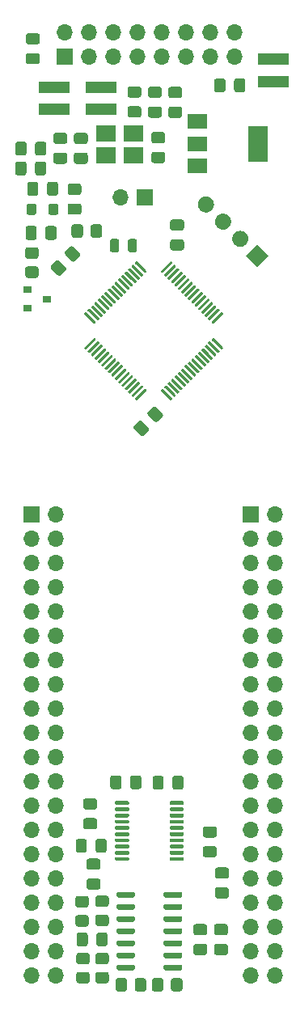
<source format=gbr>
%TF.GenerationSoftware,KiCad,Pcbnew,5.1.9+dfsg1-1*%
%TF.CreationDate,2021-03-03T14:05:15+01:00*%
%TF.ProjectId,rootcore,726f6f74-636f-4726-952e-6b696361645f,rev?*%
%TF.SameCoordinates,Original*%
%TF.FileFunction,Soldermask,Top*%
%TF.FilePolarity,Negative*%
%FSLAX46Y46*%
G04 Gerber Fmt 4.6, Leading zero omitted, Abs format (unit mm)*
G04 Created by KiCad (PCBNEW 5.1.9+dfsg1-1) date 2021-03-03 14:05:15*
%MOMM*%
%LPD*%
G01*
G04 APERTURE LIST*
%ADD10R,3.200000X1.300000*%
%ADD11R,2.100000X1.800000*%
%ADD12R,0.900000X0.800000*%
%ADD13R,1.700000X1.700000*%
%ADD14O,1.700000X1.700000*%
%ADD15R,2.000000X3.800000*%
%ADD16R,2.000000X1.500000*%
%ADD17C,0.100000*%
G04 APERTURE END LIST*
D10*
%TO.C,L4*%
X29800000Y-38050000D03*
X29800000Y-35750000D03*
%TD*%
%TO.C,L3*%
X47850000Y-35135000D03*
X47850000Y-32835000D03*
%TD*%
%TO.C,L2*%
X24900000Y-38065000D03*
X24900000Y-35765000D03*
%TD*%
D11*
%TO.C,Y1*%
X33175000Y-42875000D03*
X30275000Y-42875000D03*
X30275000Y-40575000D03*
X33175000Y-40575000D03*
%TD*%
%TO.C,C19*%
G36*
G01*
X42812500Y-35075000D02*
X42812500Y-36025000D01*
G75*
G02*
X42562500Y-36275000I-250000J0D01*
G01*
X41887500Y-36275000D01*
G75*
G02*
X41637500Y-36025000I0J250000D01*
G01*
X41637500Y-35075000D01*
G75*
G02*
X41887500Y-34825000I250000J0D01*
G01*
X42562500Y-34825000D01*
G75*
G02*
X42812500Y-35075000I0J-250000D01*
G01*
G37*
G36*
G01*
X44887500Y-35075000D02*
X44887500Y-36025000D01*
G75*
G02*
X44637500Y-36275000I-250000J0D01*
G01*
X43962500Y-36275000D01*
G75*
G02*
X43712500Y-36025000I0J250000D01*
G01*
X43712500Y-35075000D01*
G75*
G02*
X43962500Y-34825000I250000J0D01*
G01*
X44637500Y-34825000D01*
G75*
G02*
X44887500Y-35075000I0J-250000D01*
G01*
G37*
%TD*%
%TO.C,L1*%
G36*
G01*
X23025000Y-48174999D02*
X23025000Y-48875001D01*
G75*
G02*
X22775001Y-49125000I-249999J0D01*
G01*
X22224999Y-49125000D01*
G75*
G02*
X21975000Y-48875001I0J249999D01*
G01*
X21975000Y-48174999D01*
G75*
G02*
X22224999Y-47925000I249999J0D01*
G01*
X22775001Y-47925000D01*
G75*
G02*
X23025000Y-48174999I0J-249999D01*
G01*
G37*
G36*
G01*
X25325000Y-48174999D02*
X25325000Y-48875001D01*
G75*
G02*
X25075001Y-49125000I-249999J0D01*
G01*
X24524999Y-49125000D01*
G75*
G02*
X24275000Y-48875001I0J249999D01*
G01*
X24275000Y-48174999D01*
G75*
G02*
X24524999Y-47925000I249999J0D01*
G01*
X25075001Y-47925000D01*
G75*
G02*
X25325000Y-48174999I0J-249999D01*
G01*
G37*
%TD*%
%TO.C,C17*%
G36*
G01*
X24125000Y-46850000D02*
X24125000Y-45900000D01*
G75*
G02*
X24375000Y-45650000I250000J0D01*
G01*
X25050000Y-45650000D01*
G75*
G02*
X25300000Y-45900000I0J-250000D01*
G01*
X25300000Y-46850000D01*
G75*
G02*
X25050000Y-47100000I-250000J0D01*
G01*
X24375000Y-47100000D01*
G75*
G02*
X24125000Y-46850000I0J250000D01*
G01*
G37*
G36*
G01*
X22050000Y-46850000D02*
X22050000Y-45900000D01*
G75*
G02*
X22300000Y-45650000I250000J0D01*
G01*
X22975000Y-45650000D01*
G75*
G02*
X23225000Y-45900000I0J-250000D01*
G01*
X23225000Y-46850000D01*
G75*
G02*
X22975000Y-47100000I-250000J0D01*
G01*
X22300000Y-47100000D01*
G75*
G02*
X22050000Y-46850000I0J250000D01*
G01*
G37*
%TD*%
D12*
%TO.C,U4*%
X24100000Y-57900000D03*
X22100000Y-58850000D03*
X22100000Y-56950000D03*
%TD*%
D13*
%TO.C,J3*%
X26000000Y-32500000D03*
D14*
X26000000Y-29960000D03*
X28540000Y-32500000D03*
X28540000Y-29960000D03*
X31080000Y-32500000D03*
X31080000Y-29960000D03*
X33620000Y-32500000D03*
X33620000Y-29960000D03*
X36160000Y-32500000D03*
X36160000Y-29960000D03*
X38700000Y-32500000D03*
X38700000Y-29960000D03*
X41240000Y-32500000D03*
X41240000Y-29960000D03*
X43780000Y-32500000D03*
X43780000Y-29960000D03*
%TD*%
D13*
%TO.C,J1*%
X45500000Y-80500000D03*
D14*
X48040000Y-80500000D03*
X45500000Y-83040000D03*
X48040000Y-83040000D03*
X45500000Y-85580000D03*
X48040000Y-85580000D03*
X45500000Y-88120000D03*
X48040000Y-88120000D03*
X45500000Y-90660000D03*
X48040000Y-90660000D03*
X45500000Y-93200000D03*
X48040000Y-93200000D03*
X45500000Y-95740000D03*
X48040000Y-95740000D03*
X45500000Y-98280000D03*
X48040000Y-98280000D03*
X45500000Y-100820000D03*
X48040000Y-100820000D03*
X45500000Y-103360000D03*
X48040000Y-103360000D03*
X45500000Y-105900000D03*
X48040000Y-105900000D03*
X45500000Y-108440000D03*
X48040000Y-108440000D03*
X45500000Y-110980000D03*
X48040000Y-110980000D03*
X45500000Y-113520000D03*
X48040000Y-113520000D03*
X45500000Y-116060000D03*
X48040000Y-116060000D03*
X45500000Y-118600000D03*
X48040000Y-118600000D03*
X45500000Y-121140000D03*
X48040000Y-121140000D03*
X45500000Y-123680000D03*
X48040000Y-123680000D03*
X45500000Y-126220000D03*
X48040000Y-126220000D03*
X45500000Y-128760000D03*
X48040000Y-128760000D03*
%TD*%
D13*
%TO.C,J2*%
X22500000Y-80500000D03*
D14*
X25040000Y-80500000D03*
X22500000Y-83040000D03*
X25040000Y-83040000D03*
X22500000Y-85580000D03*
X25040000Y-85580000D03*
X22500000Y-88120000D03*
X25040000Y-88120000D03*
X22500000Y-90660000D03*
X25040000Y-90660000D03*
X22500000Y-93200000D03*
X25040000Y-93200000D03*
X22500000Y-95740000D03*
X25040000Y-95740000D03*
X22500000Y-98280000D03*
X25040000Y-98280000D03*
X22500000Y-100820000D03*
X25040000Y-100820000D03*
X22500000Y-103360000D03*
X25040000Y-103360000D03*
X22500000Y-105900000D03*
X25040000Y-105900000D03*
X22500000Y-108440000D03*
X25040000Y-108440000D03*
X22500000Y-110980000D03*
X25040000Y-110980000D03*
X22500000Y-113520000D03*
X25040000Y-113520000D03*
X22500000Y-116060000D03*
X25040000Y-116060000D03*
X22500000Y-118600000D03*
X25040000Y-118600000D03*
X22500000Y-121140000D03*
X25040000Y-121140000D03*
X22500000Y-123680000D03*
X25040000Y-123680000D03*
X22500000Y-126220000D03*
X25040000Y-126220000D03*
X22500000Y-128760000D03*
X25040000Y-128760000D03*
%TD*%
%TO.C,C26*%
G36*
G01*
X42825000Y-124512500D02*
X41875000Y-124512500D01*
G75*
G02*
X41625000Y-124262500I0J250000D01*
G01*
X41625000Y-123587500D01*
G75*
G02*
X41875000Y-123337500I250000J0D01*
G01*
X42825000Y-123337500D01*
G75*
G02*
X43075000Y-123587500I0J-250000D01*
G01*
X43075000Y-124262500D01*
G75*
G02*
X42825000Y-124512500I-250000J0D01*
G01*
G37*
G36*
G01*
X42825000Y-126587500D02*
X41875000Y-126587500D01*
G75*
G02*
X41625000Y-126337500I0J250000D01*
G01*
X41625000Y-125662500D01*
G75*
G02*
X41875000Y-125412500I250000J0D01*
G01*
X42825000Y-125412500D01*
G75*
G02*
X43075000Y-125662500I0J-250000D01*
G01*
X43075000Y-126337500D01*
G75*
G02*
X42825000Y-126587500I-250000J0D01*
G01*
G37*
%TD*%
%TO.C,C25*%
G36*
G01*
X40650000Y-124512500D02*
X39700000Y-124512500D01*
G75*
G02*
X39450000Y-124262500I0J250000D01*
G01*
X39450000Y-123587500D01*
G75*
G02*
X39700000Y-123337500I250000J0D01*
G01*
X40650000Y-123337500D01*
G75*
G02*
X40900000Y-123587500I0J-250000D01*
G01*
X40900000Y-124262500D01*
G75*
G02*
X40650000Y-124512500I-250000J0D01*
G01*
G37*
G36*
G01*
X40650000Y-126587500D02*
X39700000Y-126587500D01*
G75*
G02*
X39450000Y-126337500I0J250000D01*
G01*
X39450000Y-125662500D01*
G75*
G02*
X39700000Y-125412500I250000J0D01*
G01*
X40650000Y-125412500D01*
G75*
G02*
X40900000Y-125662500I0J-250000D01*
G01*
X40900000Y-126337500D01*
G75*
G02*
X40650000Y-126587500I-250000J0D01*
G01*
G37*
%TD*%
%TO.C,C6*%
G36*
G01*
X26720450Y-53951301D02*
X26048699Y-53279550D01*
G75*
G02*
X26048699Y-52925996I176777J176777D01*
G01*
X26525996Y-52448699D01*
G75*
G02*
X26879550Y-52448699I176777J-176777D01*
G01*
X27551301Y-53120450D01*
G75*
G02*
X27551301Y-53474004I-176777J-176777D01*
G01*
X27074004Y-53951301D01*
G75*
G02*
X26720450Y-53951301I-176777J176777D01*
G01*
G37*
G36*
G01*
X25253204Y-55418547D02*
X24581453Y-54746796D01*
G75*
G02*
X24581453Y-54393242I176777J176777D01*
G01*
X25058750Y-53915945D01*
G75*
G02*
X25412304Y-53915945I176777J-176777D01*
G01*
X26084055Y-54587696D01*
G75*
G02*
X26084055Y-54941250I-176777J-176777D01*
G01*
X25606758Y-55418547D01*
G75*
G02*
X25253204Y-55418547I-176777J176777D01*
G01*
G37*
%TD*%
%TO.C,R10*%
G36*
G01*
X27900000Y-50349999D02*
X27900000Y-51250001D01*
G75*
G02*
X27650001Y-51500000I-249999J0D01*
G01*
X26949999Y-51500000D01*
G75*
G02*
X26700000Y-51250001I0J249999D01*
G01*
X26700000Y-50349999D01*
G75*
G02*
X26949999Y-50100000I249999J0D01*
G01*
X27650001Y-50100000D01*
G75*
G02*
X27900000Y-50349999I0J-249999D01*
G01*
G37*
G36*
G01*
X29900000Y-50349999D02*
X29900000Y-51250001D01*
G75*
G02*
X29650001Y-51500000I-249999J0D01*
G01*
X28949999Y-51500000D01*
G75*
G02*
X28700000Y-51250001I0J249999D01*
G01*
X28700000Y-50349999D01*
G75*
G02*
X28949999Y-50100000I249999J0D01*
G01*
X29650001Y-50100000D01*
G75*
G02*
X29900000Y-50349999I0J-249999D01*
G01*
G37*
%TD*%
%TO.C,D1*%
G36*
G01*
X32587500Y-52781250D02*
X32587500Y-51868750D01*
G75*
G02*
X32831250Y-51625000I243750J0D01*
G01*
X33318750Y-51625000D01*
G75*
G02*
X33562500Y-51868750I0J-243750D01*
G01*
X33562500Y-52781250D01*
G75*
G02*
X33318750Y-53025000I-243750J0D01*
G01*
X32831250Y-53025000D01*
G75*
G02*
X32587500Y-52781250I0J243750D01*
G01*
G37*
G36*
G01*
X30712500Y-52781250D02*
X30712500Y-51868750D01*
G75*
G02*
X30956250Y-51625000I243750J0D01*
G01*
X31443750Y-51625000D01*
G75*
G02*
X31687500Y-51868750I0J-243750D01*
G01*
X31687500Y-52781250D01*
G75*
G02*
X31443750Y-53025000I-243750J0D01*
G01*
X30956250Y-53025000D01*
G75*
G02*
X30712500Y-52781250I0J243750D01*
G01*
G37*
%TD*%
%TO.C,C24*%
G36*
G01*
X38025000Y-36875000D02*
X37075000Y-36875000D01*
G75*
G02*
X36825000Y-36625000I0J250000D01*
G01*
X36825000Y-35950000D01*
G75*
G02*
X37075000Y-35700000I250000J0D01*
G01*
X38025000Y-35700000D01*
G75*
G02*
X38275000Y-35950000I0J-250000D01*
G01*
X38275000Y-36625000D01*
G75*
G02*
X38025000Y-36875000I-250000J0D01*
G01*
G37*
G36*
G01*
X38025000Y-38950000D02*
X37075000Y-38950000D01*
G75*
G02*
X36825000Y-38700000I0J250000D01*
G01*
X36825000Y-38025000D01*
G75*
G02*
X37075000Y-37775000I250000J0D01*
G01*
X38025000Y-37775000D01*
G75*
G02*
X38275000Y-38025000I0J-250000D01*
G01*
X38275000Y-38700000D01*
G75*
G02*
X38025000Y-38950000I-250000J0D01*
G01*
G37*
%TD*%
%TO.C,C23*%
G36*
G01*
X35900000Y-36862500D02*
X34950000Y-36862500D01*
G75*
G02*
X34700000Y-36612500I0J250000D01*
G01*
X34700000Y-35937500D01*
G75*
G02*
X34950000Y-35687500I250000J0D01*
G01*
X35900000Y-35687500D01*
G75*
G02*
X36150000Y-35937500I0J-250000D01*
G01*
X36150000Y-36612500D01*
G75*
G02*
X35900000Y-36862500I-250000J0D01*
G01*
G37*
G36*
G01*
X35900000Y-38937500D02*
X34950000Y-38937500D01*
G75*
G02*
X34700000Y-38687500I0J250000D01*
G01*
X34700000Y-38012500D01*
G75*
G02*
X34950000Y-37762500I250000J0D01*
G01*
X35900000Y-37762500D01*
G75*
G02*
X36150000Y-38012500I0J-250000D01*
G01*
X36150000Y-38687500D01*
G75*
G02*
X35900000Y-38937500I-250000J0D01*
G01*
G37*
%TD*%
%TO.C,C22*%
G36*
G01*
X33750000Y-36837500D02*
X32800000Y-36837500D01*
G75*
G02*
X32550000Y-36587500I0J250000D01*
G01*
X32550000Y-35912500D01*
G75*
G02*
X32800000Y-35662500I250000J0D01*
G01*
X33750000Y-35662500D01*
G75*
G02*
X34000000Y-35912500I0J-250000D01*
G01*
X34000000Y-36587500D01*
G75*
G02*
X33750000Y-36837500I-250000J0D01*
G01*
G37*
G36*
G01*
X33750000Y-38912500D02*
X32800000Y-38912500D01*
G75*
G02*
X32550000Y-38662500I0J250000D01*
G01*
X32550000Y-37987500D01*
G75*
G02*
X32800000Y-37737500I250000J0D01*
G01*
X33750000Y-37737500D01*
G75*
G02*
X34000000Y-37987500I0J-250000D01*
G01*
X34000000Y-38662500D01*
G75*
G02*
X33750000Y-38912500I-250000J0D01*
G01*
G37*
%TD*%
%TO.C,C21*%
G36*
G01*
X25050000Y-42587500D02*
X26000000Y-42587500D01*
G75*
G02*
X26250000Y-42837500I0J-250000D01*
G01*
X26250000Y-43512500D01*
G75*
G02*
X26000000Y-43762500I-250000J0D01*
G01*
X25050000Y-43762500D01*
G75*
G02*
X24800000Y-43512500I0J250000D01*
G01*
X24800000Y-42837500D01*
G75*
G02*
X25050000Y-42587500I250000J0D01*
G01*
G37*
G36*
G01*
X25050000Y-40512500D02*
X26000000Y-40512500D01*
G75*
G02*
X26250000Y-40762500I0J-250000D01*
G01*
X26250000Y-41437500D01*
G75*
G02*
X26000000Y-41687500I-250000J0D01*
G01*
X25050000Y-41687500D01*
G75*
G02*
X24800000Y-41437500I0J250000D01*
G01*
X24800000Y-40762500D01*
G75*
G02*
X25050000Y-40512500I250000J0D01*
G01*
G37*
%TD*%
%TO.C,C20*%
G36*
G01*
X22875000Y-44725000D02*
X22875000Y-43775000D01*
G75*
G02*
X23125000Y-43525000I250000J0D01*
G01*
X23800000Y-43525000D01*
G75*
G02*
X24050000Y-43775000I0J-250000D01*
G01*
X24050000Y-44725000D01*
G75*
G02*
X23800000Y-44975000I-250000J0D01*
G01*
X23125000Y-44975000D01*
G75*
G02*
X22875000Y-44725000I0J250000D01*
G01*
G37*
G36*
G01*
X20800000Y-44725000D02*
X20800000Y-43775000D01*
G75*
G02*
X21050000Y-43525000I250000J0D01*
G01*
X21725000Y-43525000D01*
G75*
G02*
X21975000Y-43775000I0J-250000D01*
G01*
X21975000Y-44725000D01*
G75*
G02*
X21725000Y-44975000I-250000J0D01*
G01*
X21050000Y-44975000D01*
G75*
G02*
X20800000Y-44725000I0J250000D01*
G01*
G37*
%TD*%
%TO.C,R8*%
G36*
G01*
X37112000Y-130148001D02*
X37112000Y-129247999D01*
G75*
G02*
X37361999Y-128998000I249999J0D01*
G01*
X38062001Y-128998000D01*
G75*
G02*
X38312000Y-129247999I0J-249999D01*
G01*
X38312000Y-130148001D01*
G75*
G02*
X38062001Y-130398000I-249999J0D01*
G01*
X37361999Y-130398000D01*
G75*
G02*
X37112000Y-130148001I0J249999D01*
G01*
G37*
G36*
G01*
X35112000Y-130148001D02*
X35112000Y-129247999D01*
G75*
G02*
X35361999Y-128998000I249999J0D01*
G01*
X36062001Y-128998000D01*
G75*
G02*
X36312000Y-129247999I0J-249999D01*
G01*
X36312000Y-130148001D01*
G75*
G02*
X36062001Y-130398000I-249999J0D01*
G01*
X35361999Y-130398000D01*
G75*
G02*
X35112000Y-130148001I0J249999D01*
G01*
G37*
%TD*%
%TO.C,R7*%
G36*
G01*
X30350001Y-121550000D02*
X29449999Y-121550000D01*
G75*
G02*
X29200000Y-121300001I0J249999D01*
G01*
X29200000Y-120599999D01*
G75*
G02*
X29449999Y-120350000I249999J0D01*
G01*
X30350001Y-120350000D01*
G75*
G02*
X30600000Y-120599999I0J-249999D01*
G01*
X30600000Y-121300001D01*
G75*
G02*
X30350001Y-121550000I-249999J0D01*
G01*
G37*
G36*
G01*
X30350001Y-123550000D02*
X29449999Y-123550000D01*
G75*
G02*
X29200000Y-123300001I0J249999D01*
G01*
X29200000Y-122599999D01*
G75*
G02*
X29449999Y-122350000I249999J0D01*
G01*
X30350001Y-122350000D01*
G75*
G02*
X30600000Y-122599999I0J-249999D01*
G01*
X30600000Y-123300001D01*
G75*
G02*
X30350001Y-123550000I-249999J0D01*
G01*
G37*
%TD*%
%TO.C,R6*%
G36*
G01*
X28250001Y-121600000D02*
X27349999Y-121600000D01*
G75*
G02*
X27100000Y-121350001I0J249999D01*
G01*
X27100000Y-120649999D01*
G75*
G02*
X27349999Y-120400000I249999J0D01*
G01*
X28250001Y-120400000D01*
G75*
G02*
X28500000Y-120649999I0J-249999D01*
G01*
X28500000Y-121350001D01*
G75*
G02*
X28250001Y-121600000I-249999J0D01*
G01*
G37*
G36*
G01*
X28250001Y-123600000D02*
X27349999Y-123600000D01*
G75*
G02*
X27100000Y-123350001I0J249999D01*
G01*
X27100000Y-122649999D01*
G75*
G02*
X27349999Y-122400000I249999J0D01*
G01*
X28250001Y-122400000D01*
G75*
G02*
X28500000Y-122649999I0J-249999D01*
G01*
X28500000Y-123350001D01*
G75*
G02*
X28250001Y-123600000I-249999J0D01*
G01*
G37*
%TD*%
%TO.C,R5*%
G36*
G01*
X32518000Y-129247999D02*
X32518000Y-130148001D01*
G75*
G02*
X32268001Y-130398000I-249999J0D01*
G01*
X31567999Y-130398000D01*
G75*
G02*
X31318000Y-130148001I0J249999D01*
G01*
X31318000Y-129247999D01*
G75*
G02*
X31567999Y-128998000I249999J0D01*
G01*
X32268001Y-128998000D01*
G75*
G02*
X32518000Y-129247999I0J-249999D01*
G01*
G37*
G36*
G01*
X34518000Y-129247999D02*
X34518000Y-130148001D01*
G75*
G02*
X34268001Y-130398000I-249999J0D01*
G01*
X33567999Y-130398000D01*
G75*
G02*
X33318000Y-130148001I0J249999D01*
G01*
X33318000Y-129247999D01*
G75*
G02*
X33567999Y-128998000I249999J0D01*
G01*
X34268001Y-128998000D01*
G75*
G02*
X34518000Y-129247999I0J-249999D01*
G01*
G37*
%TD*%
%TO.C,R4*%
G36*
G01*
X29449999Y-128350000D02*
X30350001Y-128350000D01*
G75*
G02*
X30600000Y-128599999I0J-249999D01*
G01*
X30600000Y-129300001D01*
G75*
G02*
X30350001Y-129550000I-249999J0D01*
G01*
X29449999Y-129550000D01*
G75*
G02*
X29200000Y-129300001I0J249999D01*
G01*
X29200000Y-128599999D01*
G75*
G02*
X29449999Y-128350000I249999J0D01*
G01*
G37*
G36*
G01*
X29449999Y-126350000D02*
X30350001Y-126350000D01*
G75*
G02*
X30600000Y-126599999I0J-249999D01*
G01*
X30600000Y-127300001D01*
G75*
G02*
X30350001Y-127550000I-249999J0D01*
G01*
X29449999Y-127550000D01*
G75*
G02*
X29200000Y-127300001I0J249999D01*
G01*
X29200000Y-126599999D01*
G75*
G02*
X29449999Y-126350000I249999J0D01*
G01*
G37*
%TD*%
%TO.C,R3*%
G36*
G01*
X28350001Y-127550000D02*
X27449999Y-127550000D01*
G75*
G02*
X27200000Y-127300001I0J249999D01*
G01*
X27200000Y-126599999D01*
G75*
G02*
X27449999Y-126350000I249999J0D01*
G01*
X28350001Y-126350000D01*
G75*
G02*
X28600000Y-126599999I0J-249999D01*
G01*
X28600000Y-127300001D01*
G75*
G02*
X28350001Y-127550000I-249999J0D01*
G01*
G37*
G36*
G01*
X28350001Y-129550000D02*
X27449999Y-129550000D01*
G75*
G02*
X27200000Y-129300001I0J249999D01*
G01*
X27200000Y-128599999D01*
G75*
G02*
X27449999Y-128350000I249999J0D01*
G01*
X28350001Y-128350000D01*
G75*
G02*
X28600000Y-128599999I0J-249999D01*
G01*
X28600000Y-129300001D01*
G75*
G02*
X28350001Y-129550000I-249999J0D01*
G01*
G37*
%TD*%
%TO.C,C18*%
G36*
G01*
X22887500Y-42645000D02*
X22887500Y-41695000D01*
G75*
G02*
X23137500Y-41445000I250000J0D01*
G01*
X23812500Y-41445000D01*
G75*
G02*
X24062500Y-41695000I0J-250000D01*
G01*
X24062500Y-42645000D01*
G75*
G02*
X23812500Y-42895000I-250000J0D01*
G01*
X23137500Y-42895000D01*
G75*
G02*
X22887500Y-42645000I0J250000D01*
G01*
G37*
G36*
G01*
X20812500Y-42645000D02*
X20812500Y-41695000D01*
G75*
G02*
X21062500Y-41445000I250000J0D01*
G01*
X21737500Y-41445000D01*
G75*
G02*
X21987500Y-41695000I0J-250000D01*
G01*
X21987500Y-42645000D01*
G75*
G02*
X21737500Y-42895000I-250000J0D01*
G01*
X21062500Y-42895000D01*
G75*
G02*
X20812500Y-42645000I0J250000D01*
G01*
G37*
%TD*%
%TO.C,C16*%
G36*
G01*
X22175000Y-32162500D02*
X23125000Y-32162500D01*
G75*
G02*
X23375000Y-32412500I0J-250000D01*
G01*
X23375000Y-33087500D01*
G75*
G02*
X23125000Y-33337500I-250000J0D01*
G01*
X22175000Y-33337500D01*
G75*
G02*
X21925000Y-33087500I0J250000D01*
G01*
X21925000Y-32412500D01*
G75*
G02*
X22175000Y-32162500I250000J0D01*
G01*
G37*
G36*
G01*
X22175000Y-30087500D02*
X23125000Y-30087500D01*
G75*
G02*
X23375000Y-30337500I0J-250000D01*
G01*
X23375000Y-31012500D01*
G75*
G02*
X23125000Y-31262500I-250000J0D01*
G01*
X22175000Y-31262500D01*
G75*
G02*
X21925000Y-31012500I0J250000D01*
G01*
X21925000Y-30337500D01*
G75*
G02*
X22175000Y-30087500I250000J0D01*
G01*
G37*
%TD*%
%TO.C,C15*%
G36*
G01*
X41975000Y-119487500D02*
X42925000Y-119487500D01*
G75*
G02*
X43175000Y-119737500I0J-250000D01*
G01*
X43175000Y-120412500D01*
G75*
G02*
X42925000Y-120662500I-250000J0D01*
G01*
X41975000Y-120662500D01*
G75*
G02*
X41725000Y-120412500I0J250000D01*
G01*
X41725000Y-119737500D01*
G75*
G02*
X41975000Y-119487500I250000J0D01*
G01*
G37*
G36*
G01*
X41975000Y-117412500D02*
X42925000Y-117412500D01*
G75*
G02*
X43175000Y-117662500I0J-250000D01*
G01*
X43175000Y-118337500D01*
G75*
G02*
X42925000Y-118587500I-250000J0D01*
G01*
X41975000Y-118587500D01*
G75*
G02*
X41725000Y-118337500I0J250000D01*
G01*
X41725000Y-117662500D01*
G75*
G02*
X41975000Y-117412500I250000J0D01*
G01*
G37*
%TD*%
%TO.C,C14*%
G36*
G01*
X28400000Y-124475000D02*
X28400000Y-125425000D01*
G75*
G02*
X28150000Y-125675000I-250000J0D01*
G01*
X27475000Y-125675000D01*
G75*
G02*
X27225000Y-125425000I0J250000D01*
G01*
X27225000Y-124475000D01*
G75*
G02*
X27475000Y-124225000I250000J0D01*
G01*
X28150000Y-124225000D01*
G75*
G02*
X28400000Y-124475000I0J-250000D01*
G01*
G37*
G36*
G01*
X30475000Y-124475000D02*
X30475000Y-125425000D01*
G75*
G02*
X30225000Y-125675000I-250000J0D01*
G01*
X29550000Y-125675000D01*
G75*
G02*
X29300000Y-125425000I0J250000D01*
G01*
X29300000Y-124475000D01*
G75*
G02*
X29550000Y-124225000I250000J0D01*
G01*
X30225000Y-124225000D01*
G75*
G02*
X30475000Y-124475000I0J-250000D01*
G01*
G37*
%TD*%
%TO.C,C13*%
G36*
G01*
X40700000Y-115187500D02*
X41650000Y-115187500D01*
G75*
G02*
X41900000Y-115437500I0J-250000D01*
G01*
X41900000Y-116112500D01*
G75*
G02*
X41650000Y-116362500I-250000J0D01*
G01*
X40700000Y-116362500D01*
G75*
G02*
X40450000Y-116112500I0J250000D01*
G01*
X40450000Y-115437500D01*
G75*
G02*
X40700000Y-115187500I250000J0D01*
G01*
G37*
G36*
G01*
X40700000Y-113112500D02*
X41650000Y-113112500D01*
G75*
G02*
X41900000Y-113362500I0J-250000D01*
G01*
X41900000Y-114037500D01*
G75*
G02*
X41650000Y-114287500I-250000J0D01*
G01*
X40700000Y-114287500D01*
G75*
G02*
X40450000Y-114037500I0J250000D01*
G01*
X40450000Y-113362500D01*
G75*
G02*
X40700000Y-113112500I250000J0D01*
G01*
G37*
%TD*%
%TO.C,U5*%
G36*
G01*
X36975000Y-110775000D02*
X36975000Y-110575000D01*
G75*
G02*
X37075000Y-110475000I100000J0D01*
G01*
X38350000Y-110475000D01*
G75*
G02*
X38450000Y-110575000I0J-100000D01*
G01*
X38450000Y-110775000D01*
G75*
G02*
X38350000Y-110875000I-100000J0D01*
G01*
X37075000Y-110875000D01*
G75*
G02*
X36975000Y-110775000I0J100000D01*
G01*
G37*
G36*
G01*
X36975000Y-111425000D02*
X36975000Y-111225000D01*
G75*
G02*
X37075000Y-111125000I100000J0D01*
G01*
X38350000Y-111125000D01*
G75*
G02*
X38450000Y-111225000I0J-100000D01*
G01*
X38450000Y-111425000D01*
G75*
G02*
X38350000Y-111525000I-100000J0D01*
G01*
X37075000Y-111525000D01*
G75*
G02*
X36975000Y-111425000I0J100000D01*
G01*
G37*
G36*
G01*
X36975000Y-112075000D02*
X36975000Y-111875000D01*
G75*
G02*
X37075000Y-111775000I100000J0D01*
G01*
X38350000Y-111775000D01*
G75*
G02*
X38450000Y-111875000I0J-100000D01*
G01*
X38450000Y-112075000D01*
G75*
G02*
X38350000Y-112175000I-100000J0D01*
G01*
X37075000Y-112175000D01*
G75*
G02*
X36975000Y-112075000I0J100000D01*
G01*
G37*
G36*
G01*
X36975000Y-112725000D02*
X36975000Y-112525000D01*
G75*
G02*
X37075000Y-112425000I100000J0D01*
G01*
X38350000Y-112425000D01*
G75*
G02*
X38450000Y-112525000I0J-100000D01*
G01*
X38450000Y-112725000D01*
G75*
G02*
X38350000Y-112825000I-100000J0D01*
G01*
X37075000Y-112825000D01*
G75*
G02*
X36975000Y-112725000I0J100000D01*
G01*
G37*
G36*
G01*
X36975000Y-113375000D02*
X36975000Y-113175000D01*
G75*
G02*
X37075000Y-113075000I100000J0D01*
G01*
X38350000Y-113075000D01*
G75*
G02*
X38450000Y-113175000I0J-100000D01*
G01*
X38450000Y-113375000D01*
G75*
G02*
X38350000Y-113475000I-100000J0D01*
G01*
X37075000Y-113475000D01*
G75*
G02*
X36975000Y-113375000I0J100000D01*
G01*
G37*
G36*
G01*
X36975000Y-114025000D02*
X36975000Y-113825000D01*
G75*
G02*
X37075000Y-113725000I100000J0D01*
G01*
X38350000Y-113725000D01*
G75*
G02*
X38450000Y-113825000I0J-100000D01*
G01*
X38450000Y-114025000D01*
G75*
G02*
X38350000Y-114125000I-100000J0D01*
G01*
X37075000Y-114125000D01*
G75*
G02*
X36975000Y-114025000I0J100000D01*
G01*
G37*
G36*
G01*
X36975000Y-114675000D02*
X36975000Y-114475000D01*
G75*
G02*
X37075000Y-114375000I100000J0D01*
G01*
X38350000Y-114375000D01*
G75*
G02*
X38450000Y-114475000I0J-100000D01*
G01*
X38450000Y-114675000D01*
G75*
G02*
X38350000Y-114775000I-100000J0D01*
G01*
X37075000Y-114775000D01*
G75*
G02*
X36975000Y-114675000I0J100000D01*
G01*
G37*
G36*
G01*
X36975000Y-115325000D02*
X36975000Y-115125000D01*
G75*
G02*
X37075000Y-115025000I100000J0D01*
G01*
X38350000Y-115025000D01*
G75*
G02*
X38450000Y-115125000I0J-100000D01*
G01*
X38450000Y-115325000D01*
G75*
G02*
X38350000Y-115425000I-100000J0D01*
G01*
X37075000Y-115425000D01*
G75*
G02*
X36975000Y-115325000I0J100000D01*
G01*
G37*
G36*
G01*
X36975000Y-115975000D02*
X36975000Y-115775000D01*
G75*
G02*
X37075000Y-115675000I100000J0D01*
G01*
X38350000Y-115675000D01*
G75*
G02*
X38450000Y-115775000I0J-100000D01*
G01*
X38450000Y-115975000D01*
G75*
G02*
X38350000Y-116075000I-100000J0D01*
G01*
X37075000Y-116075000D01*
G75*
G02*
X36975000Y-115975000I0J100000D01*
G01*
G37*
G36*
G01*
X36975000Y-116625000D02*
X36975000Y-116425000D01*
G75*
G02*
X37075000Y-116325000I100000J0D01*
G01*
X38350000Y-116325000D01*
G75*
G02*
X38450000Y-116425000I0J-100000D01*
G01*
X38450000Y-116625000D01*
G75*
G02*
X38350000Y-116725000I-100000J0D01*
G01*
X37075000Y-116725000D01*
G75*
G02*
X36975000Y-116625000I0J100000D01*
G01*
G37*
G36*
G01*
X31250000Y-116625000D02*
X31250000Y-116425000D01*
G75*
G02*
X31350000Y-116325000I100000J0D01*
G01*
X32625000Y-116325000D01*
G75*
G02*
X32725000Y-116425000I0J-100000D01*
G01*
X32725000Y-116625000D01*
G75*
G02*
X32625000Y-116725000I-100000J0D01*
G01*
X31350000Y-116725000D01*
G75*
G02*
X31250000Y-116625000I0J100000D01*
G01*
G37*
G36*
G01*
X31250000Y-115975000D02*
X31250000Y-115775000D01*
G75*
G02*
X31350000Y-115675000I100000J0D01*
G01*
X32625000Y-115675000D01*
G75*
G02*
X32725000Y-115775000I0J-100000D01*
G01*
X32725000Y-115975000D01*
G75*
G02*
X32625000Y-116075000I-100000J0D01*
G01*
X31350000Y-116075000D01*
G75*
G02*
X31250000Y-115975000I0J100000D01*
G01*
G37*
G36*
G01*
X31250000Y-115325000D02*
X31250000Y-115125000D01*
G75*
G02*
X31350000Y-115025000I100000J0D01*
G01*
X32625000Y-115025000D01*
G75*
G02*
X32725000Y-115125000I0J-100000D01*
G01*
X32725000Y-115325000D01*
G75*
G02*
X32625000Y-115425000I-100000J0D01*
G01*
X31350000Y-115425000D01*
G75*
G02*
X31250000Y-115325000I0J100000D01*
G01*
G37*
G36*
G01*
X31250000Y-114675000D02*
X31250000Y-114475000D01*
G75*
G02*
X31350000Y-114375000I100000J0D01*
G01*
X32625000Y-114375000D01*
G75*
G02*
X32725000Y-114475000I0J-100000D01*
G01*
X32725000Y-114675000D01*
G75*
G02*
X32625000Y-114775000I-100000J0D01*
G01*
X31350000Y-114775000D01*
G75*
G02*
X31250000Y-114675000I0J100000D01*
G01*
G37*
G36*
G01*
X31250000Y-114025000D02*
X31250000Y-113825000D01*
G75*
G02*
X31350000Y-113725000I100000J0D01*
G01*
X32625000Y-113725000D01*
G75*
G02*
X32725000Y-113825000I0J-100000D01*
G01*
X32725000Y-114025000D01*
G75*
G02*
X32625000Y-114125000I-100000J0D01*
G01*
X31350000Y-114125000D01*
G75*
G02*
X31250000Y-114025000I0J100000D01*
G01*
G37*
G36*
G01*
X31250000Y-113375000D02*
X31250000Y-113175000D01*
G75*
G02*
X31350000Y-113075000I100000J0D01*
G01*
X32625000Y-113075000D01*
G75*
G02*
X32725000Y-113175000I0J-100000D01*
G01*
X32725000Y-113375000D01*
G75*
G02*
X32625000Y-113475000I-100000J0D01*
G01*
X31350000Y-113475000D01*
G75*
G02*
X31250000Y-113375000I0J100000D01*
G01*
G37*
G36*
G01*
X31250000Y-112725000D02*
X31250000Y-112525000D01*
G75*
G02*
X31350000Y-112425000I100000J0D01*
G01*
X32625000Y-112425000D01*
G75*
G02*
X32725000Y-112525000I0J-100000D01*
G01*
X32725000Y-112725000D01*
G75*
G02*
X32625000Y-112825000I-100000J0D01*
G01*
X31350000Y-112825000D01*
G75*
G02*
X31250000Y-112725000I0J100000D01*
G01*
G37*
G36*
G01*
X31250000Y-112075000D02*
X31250000Y-111875000D01*
G75*
G02*
X31350000Y-111775000I100000J0D01*
G01*
X32625000Y-111775000D01*
G75*
G02*
X32725000Y-111875000I0J-100000D01*
G01*
X32725000Y-112075000D01*
G75*
G02*
X32625000Y-112175000I-100000J0D01*
G01*
X31350000Y-112175000D01*
G75*
G02*
X31250000Y-112075000I0J100000D01*
G01*
G37*
G36*
G01*
X31250000Y-111425000D02*
X31250000Y-111225000D01*
G75*
G02*
X31350000Y-111125000I100000J0D01*
G01*
X32625000Y-111125000D01*
G75*
G02*
X32725000Y-111225000I0J-100000D01*
G01*
X32725000Y-111425000D01*
G75*
G02*
X32625000Y-111525000I-100000J0D01*
G01*
X31350000Y-111525000D01*
G75*
G02*
X31250000Y-111425000I0J100000D01*
G01*
G37*
G36*
G01*
X31250000Y-110775000D02*
X31250000Y-110575000D01*
G75*
G02*
X31350000Y-110475000I100000J0D01*
G01*
X32625000Y-110475000D01*
G75*
G02*
X32725000Y-110575000I0J-100000D01*
G01*
X32725000Y-110775000D01*
G75*
G02*
X32625000Y-110875000I-100000J0D01*
G01*
X31350000Y-110875000D01*
G75*
G02*
X31250000Y-110775000I0J100000D01*
G01*
G37*
%TD*%
%TO.C,U2*%
G36*
G01*
X36350000Y-120410000D02*
X36350000Y-120110000D01*
G75*
G02*
X36500000Y-119960000I150000J0D01*
G01*
X38150000Y-119960000D01*
G75*
G02*
X38300000Y-120110000I0J-150000D01*
G01*
X38300000Y-120410000D01*
G75*
G02*
X38150000Y-120560000I-150000J0D01*
G01*
X36500000Y-120560000D01*
G75*
G02*
X36350000Y-120410000I0J150000D01*
G01*
G37*
G36*
G01*
X36350000Y-121680000D02*
X36350000Y-121380000D01*
G75*
G02*
X36500000Y-121230000I150000J0D01*
G01*
X38150000Y-121230000D01*
G75*
G02*
X38300000Y-121380000I0J-150000D01*
G01*
X38300000Y-121680000D01*
G75*
G02*
X38150000Y-121830000I-150000J0D01*
G01*
X36500000Y-121830000D01*
G75*
G02*
X36350000Y-121680000I0J150000D01*
G01*
G37*
G36*
G01*
X36350000Y-122950000D02*
X36350000Y-122650000D01*
G75*
G02*
X36500000Y-122500000I150000J0D01*
G01*
X38150000Y-122500000D01*
G75*
G02*
X38300000Y-122650000I0J-150000D01*
G01*
X38300000Y-122950000D01*
G75*
G02*
X38150000Y-123100000I-150000J0D01*
G01*
X36500000Y-123100000D01*
G75*
G02*
X36350000Y-122950000I0J150000D01*
G01*
G37*
G36*
G01*
X36350000Y-124220000D02*
X36350000Y-123920000D01*
G75*
G02*
X36500000Y-123770000I150000J0D01*
G01*
X38150000Y-123770000D01*
G75*
G02*
X38300000Y-123920000I0J-150000D01*
G01*
X38300000Y-124220000D01*
G75*
G02*
X38150000Y-124370000I-150000J0D01*
G01*
X36500000Y-124370000D01*
G75*
G02*
X36350000Y-124220000I0J150000D01*
G01*
G37*
G36*
G01*
X36350000Y-125490000D02*
X36350000Y-125190000D01*
G75*
G02*
X36500000Y-125040000I150000J0D01*
G01*
X38150000Y-125040000D01*
G75*
G02*
X38300000Y-125190000I0J-150000D01*
G01*
X38300000Y-125490000D01*
G75*
G02*
X38150000Y-125640000I-150000J0D01*
G01*
X36500000Y-125640000D01*
G75*
G02*
X36350000Y-125490000I0J150000D01*
G01*
G37*
G36*
G01*
X36350000Y-126760000D02*
X36350000Y-126460000D01*
G75*
G02*
X36500000Y-126310000I150000J0D01*
G01*
X38150000Y-126310000D01*
G75*
G02*
X38300000Y-126460000I0J-150000D01*
G01*
X38300000Y-126760000D01*
G75*
G02*
X38150000Y-126910000I-150000J0D01*
G01*
X36500000Y-126910000D01*
G75*
G02*
X36350000Y-126760000I0J150000D01*
G01*
G37*
G36*
G01*
X36350000Y-128030000D02*
X36350000Y-127730000D01*
G75*
G02*
X36500000Y-127580000I150000J0D01*
G01*
X38150000Y-127580000D01*
G75*
G02*
X38300000Y-127730000I0J-150000D01*
G01*
X38300000Y-128030000D01*
G75*
G02*
X38150000Y-128180000I-150000J0D01*
G01*
X36500000Y-128180000D01*
G75*
G02*
X36350000Y-128030000I0J150000D01*
G01*
G37*
G36*
G01*
X31400000Y-128030000D02*
X31400000Y-127730000D01*
G75*
G02*
X31550000Y-127580000I150000J0D01*
G01*
X33200000Y-127580000D01*
G75*
G02*
X33350000Y-127730000I0J-150000D01*
G01*
X33350000Y-128030000D01*
G75*
G02*
X33200000Y-128180000I-150000J0D01*
G01*
X31550000Y-128180000D01*
G75*
G02*
X31400000Y-128030000I0J150000D01*
G01*
G37*
G36*
G01*
X31400000Y-126760000D02*
X31400000Y-126460000D01*
G75*
G02*
X31550000Y-126310000I150000J0D01*
G01*
X33200000Y-126310000D01*
G75*
G02*
X33350000Y-126460000I0J-150000D01*
G01*
X33350000Y-126760000D01*
G75*
G02*
X33200000Y-126910000I-150000J0D01*
G01*
X31550000Y-126910000D01*
G75*
G02*
X31400000Y-126760000I0J150000D01*
G01*
G37*
G36*
G01*
X31400000Y-125490000D02*
X31400000Y-125190000D01*
G75*
G02*
X31550000Y-125040000I150000J0D01*
G01*
X33200000Y-125040000D01*
G75*
G02*
X33350000Y-125190000I0J-150000D01*
G01*
X33350000Y-125490000D01*
G75*
G02*
X33200000Y-125640000I-150000J0D01*
G01*
X31550000Y-125640000D01*
G75*
G02*
X31400000Y-125490000I0J150000D01*
G01*
G37*
G36*
G01*
X31400000Y-124220000D02*
X31400000Y-123920000D01*
G75*
G02*
X31550000Y-123770000I150000J0D01*
G01*
X33200000Y-123770000D01*
G75*
G02*
X33350000Y-123920000I0J-150000D01*
G01*
X33350000Y-124220000D01*
G75*
G02*
X33200000Y-124370000I-150000J0D01*
G01*
X31550000Y-124370000D01*
G75*
G02*
X31400000Y-124220000I0J150000D01*
G01*
G37*
G36*
G01*
X31400000Y-122950000D02*
X31400000Y-122650000D01*
G75*
G02*
X31550000Y-122500000I150000J0D01*
G01*
X33200000Y-122500000D01*
G75*
G02*
X33350000Y-122650000I0J-150000D01*
G01*
X33350000Y-122950000D01*
G75*
G02*
X33200000Y-123100000I-150000J0D01*
G01*
X31550000Y-123100000D01*
G75*
G02*
X31400000Y-122950000I0J150000D01*
G01*
G37*
G36*
G01*
X31400000Y-121680000D02*
X31400000Y-121380000D01*
G75*
G02*
X31550000Y-121230000I150000J0D01*
G01*
X33200000Y-121230000D01*
G75*
G02*
X33350000Y-121380000I0J-150000D01*
G01*
X33350000Y-121680000D01*
G75*
G02*
X33200000Y-121830000I-150000J0D01*
G01*
X31550000Y-121830000D01*
G75*
G02*
X31400000Y-121680000I0J150000D01*
G01*
G37*
G36*
G01*
X31400000Y-120410000D02*
X31400000Y-120110000D01*
G75*
G02*
X31550000Y-119960000I150000J0D01*
G01*
X33200000Y-119960000D01*
G75*
G02*
X33350000Y-120110000I0J-150000D01*
G01*
X33350000Y-120410000D01*
G75*
G02*
X33200000Y-120560000I-150000J0D01*
G01*
X31550000Y-120560000D01*
G75*
G02*
X31400000Y-120410000I0J150000D01*
G01*
G37*
%TD*%
%TO.C,C12*%
G36*
G01*
X37250000Y-109025000D02*
X37250000Y-108075000D01*
G75*
G02*
X37500000Y-107825000I250000J0D01*
G01*
X38175000Y-107825000D01*
G75*
G02*
X38425000Y-108075000I0J-250000D01*
G01*
X38425000Y-109025000D01*
G75*
G02*
X38175000Y-109275000I-250000J0D01*
G01*
X37500000Y-109275000D01*
G75*
G02*
X37250000Y-109025000I0J250000D01*
G01*
G37*
G36*
G01*
X35175000Y-109025000D02*
X35175000Y-108075000D01*
G75*
G02*
X35425000Y-107825000I250000J0D01*
G01*
X36100000Y-107825000D01*
G75*
G02*
X36350000Y-108075000I0J-250000D01*
G01*
X36350000Y-109025000D01*
G75*
G02*
X36100000Y-109275000I-250000J0D01*
G01*
X35425000Y-109275000D01*
G75*
G02*
X35175000Y-109025000I0J250000D01*
G01*
G37*
%TD*%
%TO.C,C11*%
G36*
G01*
X28175000Y-112250000D02*
X29125000Y-112250000D01*
G75*
G02*
X29375000Y-112500000I0J-250000D01*
G01*
X29375000Y-113175000D01*
G75*
G02*
X29125000Y-113425000I-250000J0D01*
G01*
X28175000Y-113425000D01*
G75*
G02*
X27925000Y-113175000I0J250000D01*
G01*
X27925000Y-112500000D01*
G75*
G02*
X28175000Y-112250000I250000J0D01*
G01*
G37*
G36*
G01*
X28175000Y-110175000D02*
X29125000Y-110175000D01*
G75*
G02*
X29375000Y-110425000I0J-250000D01*
G01*
X29375000Y-111100000D01*
G75*
G02*
X29125000Y-111350000I-250000J0D01*
G01*
X28175000Y-111350000D01*
G75*
G02*
X27925000Y-111100000I0J250000D01*
G01*
X27925000Y-110425000D01*
G75*
G02*
X28175000Y-110175000I250000J0D01*
G01*
G37*
%TD*%
%TO.C,C10*%
G36*
G01*
X28312500Y-114675000D02*
X28312500Y-115625000D01*
G75*
G02*
X28062500Y-115875000I-250000J0D01*
G01*
X27387500Y-115875000D01*
G75*
G02*
X27137500Y-115625000I0J250000D01*
G01*
X27137500Y-114675000D01*
G75*
G02*
X27387500Y-114425000I250000J0D01*
G01*
X28062500Y-114425000D01*
G75*
G02*
X28312500Y-114675000I0J-250000D01*
G01*
G37*
G36*
G01*
X30387500Y-114675000D02*
X30387500Y-115625000D01*
G75*
G02*
X30137500Y-115875000I-250000J0D01*
G01*
X29462500Y-115875000D01*
G75*
G02*
X29212500Y-115625000I0J250000D01*
G01*
X29212500Y-114675000D01*
G75*
G02*
X29462500Y-114425000I250000J0D01*
G01*
X30137500Y-114425000D01*
G75*
G02*
X30387500Y-114675000I0J-250000D01*
G01*
G37*
%TD*%
%TO.C,C9*%
G36*
G01*
X31937500Y-108025000D02*
X31937500Y-108975000D01*
G75*
G02*
X31687500Y-109225000I-250000J0D01*
G01*
X31012500Y-109225000D01*
G75*
G02*
X30762500Y-108975000I0J250000D01*
G01*
X30762500Y-108025000D01*
G75*
G02*
X31012500Y-107775000I250000J0D01*
G01*
X31687500Y-107775000D01*
G75*
G02*
X31937500Y-108025000I0J-250000D01*
G01*
G37*
G36*
G01*
X34012500Y-108025000D02*
X34012500Y-108975000D01*
G75*
G02*
X33762500Y-109225000I-250000J0D01*
G01*
X33087500Y-109225000D01*
G75*
G02*
X32837500Y-108975000I0J250000D01*
G01*
X32837500Y-108025000D01*
G75*
G02*
X33087500Y-107775000I250000J0D01*
G01*
X33762500Y-107775000D01*
G75*
G02*
X34012500Y-108025000I0J-250000D01*
G01*
G37*
%TD*%
%TO.C,C8*%
G36*
G01*
X29475000Y-117662500D02*
X28525000Y-117662500D01*
G75*
G02*
X28275000Y-117412500I0J250000D01*
G01*
X28275000Y-116737500D01*
G75*
G02*
X28525000Y-116487500I250000J0D01*
G01*
X29475000Y-116487500D01*
G75*
G02*
X29725000Y-116737500I0J-250000D01*
G01*
X29725000Y-117412500D01*
G75*
G02*
X29475000Y-117662500I-250000J0D01*
G01*
G37*
G36*
G01*
X29475000Y-119737500D02*
X28525000Y-119737500D01*
G75*
G02*
X28275000Y-119487500I0J250000D01*
G01*
X28275000Y-118812500D01*
G75*
G02*
X28525000Y-118562500I250000J0D01*
G01*
X29475000Y-118562500D01*
G75*
G02*
X29725000Y-118812500I0J-250000D01*
G01*
X29725000Y-119487500D01*
G75*
G02*
X29475000Y-119737500I-250000J0D01*
G01*
G37*
%TD*%
%TO.C,C7*%
G36*
G01*
X38225000Y-50762500D02*
X37275000Y-50762500D01*
G75*
G02*
X37025000Y-50512500I0J250000D01*
G01*
X37025000Y-49837500D01*
G75*
G02*
X37275000Y-49587500I250000J0D01*
G01*
X38225000Y-49587500D01*
G75*
G02*
X38475000Y-49837500I0J-250000D01*
G01*
X38475000Y-50512500D01*
G75*
G02*
X38225000Y-50762500I-250000J0D01*
G01*
G37*
G36*
G01*
X38225000Y-52837500D02*
X37275000Y-52837500D01*
G75*
G02*
X37025000Y-52587500I0J250000D01*
G01*
X37025000Y-51912500D01*
G75*
G02*
X37275000Y-51662500I250000J0D01*
G01*
X38225000Y-51662500D01*
G75*
G02*
X38475000Y-51912500I0J-250000D01*
G01*
X38475000Y-52587500D01*
G75*
G02*
X38225000Y-52837500I-250000J0D01*
G01*
G37*
%TD*%
%TO.C,J5*%
X31810000Y-47250000D03*
D13*
X34350000Y-47250000D03*
%TD*%
%TO.C,C5*%
G36*
G01*
X35546796Y-69231453D02*
X36218547Y-69903204D01*
G75*
G02*
X36218547Y-70256758I-176777J-176777D01*
G01*
X35741250Y-70734055D01*
G75*
G02*
X35387696Y-70734055I-176777J176777D01*
G01*
X34715945Y-70062304D01*
G75*
G02*
X34715945Y-69708750I176777J176777D01*
G01*
X35193242Y-69231453D01*
G75*
G02*
X35546796Y-69231453I176777J-176777D01*
G01*
G37*
G36*
G01*
X34079550Y-70698699D02*
X34751301Y-71370450D01*
G75*
G02*
X34751301Y-71724004I-176777J-176777D01*
G01*
X34274004Y-72201301D01*
G75*
G02*
X33920450Y-72201301I-176777J176777D01*
G01*
X33248699Y-71529550D01*
G75*
G02*
X33248699Y-71175996I176777J176777D01*
G01*
X33725996Y-70698699D01*
G75*
G02*
X34079550Y-70698699I176777J-176777D01*
G01*
G37*
%TD*%
D15*
%TO.C,U3*%
X46200000Y-41650000D03*
D16*
X39900000Y-41650000D03*
X39900000Y-43950000D03*
X39900000Y-39350000D03*
%TD*%
%TO.C,C4*%
G36*
G01*
X27483000Y-47012500D02*
X26533000Y-47012500D01*
G75*
G02*
X26283000Y-46762500I0J250000D01*
G01*
X26283000Y-46087500D01*
G75*
G02*
X26533000Y-45837500I250000J0D01*
G01*
X27483000Y-45837500D01*
G75*
G02*
X27733000Y-46087500I0J-250000D01*
G01*
X27733000Y-46762500D01*
G75*
G02*
X27483000Y-47012500I-250000J0D01*
G01*
G37*
G36*
G01*
X27483000Y-49087500D02*
X26533000Y-49087500D01*
G75*
G02*
X26283000Y-48837500I0J250000D01*
G01*
X26283000Y-48162500D01*
G75*
G02*
X26533000Y-47912500I250000J0D01*
G01*
X27483000Y-47912500D01*
G75*
G02*
X27733000Y-48162500I0J-250000D01*
G01*
X27733000Y-48837500D01*
G75*
G02*
X27483000Y-49087500I-250000J0D01*
G01*
G37*
%TD*%
%TO.C,C1*%
G36*
G01*
X35300000Y-40437500D02*
X36250000Y-40437500D01*
G75*
G02*
X36500000Y-40687500I0J-250000D01*
G01*
X36500000Y-41362500D01*
G75*
G02*
X36250000Y-41612500I-250000J0D01*
G01*
X35300000Y-41612500D01*
G75*
G02*
X35050000Y-41362500I0J250000D01*
G01*
X35050000Y-40687500D01*
G75*
G02*
X35300000Y-40437500I250000J0D01*
G01*
G37*
G36*
G01*
X35300000Y-42512500D02*
X36250000Y-42512500D01*
G75*
G02*
X36500000Y-42762500I0J-250000D01*
G01*
X36500000Y-43437500D01*
G75*
G02*
X36250000Y-43687500I-250000J0D01*
G01*
X35300000Y-43687500D01*
G75*
G02*
X35050000Y-43437500I0J250000D01*
G01*
X35050000Y-42762500D01*
G75*
G02*
X35300000Y-42512500I250000J0D01*
G01*
G37*
%TD*%
%TO.C,C2*%
G36*
G01*
X28150000Y-41687500D02*
X27200000Y-41687500D01*
G75*
G02*
X26950000Y-41437500I0J250000D01*
G01*
X26950000Y-40762500D01*
G75*
G02*
X27200000Y-40512500I250000J0D01*
G01*
X28150000Y-40512500D01*
G75*
G02*
X28400000Y-40762500I0J-250000D01*
G01*
X28400000Y-41437500D01*
G75*
G02*
X28150000Y-41687500I-250000J0D01*
G01*
G37*
G36*
G01*
X28150000Y-43762500D02*
X27200000Y-43762500D01*
G75*
G02*
X26950000Y-43512500I0J250000D01*
G01*
X26950000Y-42837500D01*
G75*
G02*
X27200000Y-42587500I250000J0D01*
G01*
X28150000Y-42587500D01*
G75*
G02*
X28400000Y-42837500I0J-250000D01*
G01*
X28400000Y-43512500D01*
G75*
G02*
X28150000Y-43762500I-250000J0D01*
G01*
G37*
%TD*%
%TO.C,C3*%
G36*
G01*
X21883000Y-51475000D02*
X21883000Y-50525000D01*
G75*
G02*
X22133000Y-50275000I250000J0D01*
G01*
X22808000Y-50275000D01*
G75*
G02*
X23058000Y-50525000I0J-250000D01*
G01*
X23058000Y-51475000D01*
G75*
G02*
X22808000Y-51725000I-250000J0D01*
G01*
X22133000Y-51725000D01*
G75*
G02*
X21883000Y-51475000I0J250000D01*
G01*
G37*
G36*
G01*
X23958000Y-51475000D02*
X23958000Y-50525000D01*
G75*
G02*
X24208000Y-50275000I250000J0D01*
G01*
X24883000Y-50275000D01*
G75*
G02*
X25133000Y-50525000I0J-250000D01*
G01*
X25133000Y-51475000D01*
G75*
G02*
X24883000Y-51725000I-250000J0D01*
G01*
X24208000Y-51725000D01*
G75*
G02*
X23958000Y-51475000I0J250000D01*
G01*
G37*
%TD*%
%TO.C,R2*%
G36*
G01*
X22099999Y-52500000D02*
X23000001Y-52500000D01*
G75*
G02*
X23250000Y-52749999I0J-249999D01*
G01*
X23250000Y-53450001D01*
G75*
G02*
X23000001Y-53700000I-249999J0D01*
G01*
X22099999Y-53700000D01*
G75*
G02*
X21850000Y-53450001I0J249999D01*
G01*
X21850000Y-52749999D01*
G75*
G02*
X22099999Y-52500000I249999J0D01*
G01*
G37*
G36*
G01*
X22099999Y-54500000D02*
X23000001Y-54500000D01*
G75*
G02*
X23250000Y-54749999I0J-249999D01*
G01*
X23250000Y-55450001D01*
G75*
G02*
X23000001Y-55700000I-249999J0D01*
G01*
X22099999Y-55700000D01*
G75*
G02*
X21850000Y-55450001I0J249999D01*
G01*
X21850000Y-54749999D01*
G75*
G02*
X22099999Y-54500000I249999J0D01*
G01*
G37*
%TD*%
D17*
%TO.C,J4*%
G36*
X46160000Y-52207918D02*
G01*
X47362082Y-53410000D01*
X46160000Y-54612082D01*
X44957918Y-53410000D01*
X46160000Y-52207918D01*
G37*
G36*
G01*
X44964990Y-51012908D02*
X44964990Y-51012908D01*
G75*
G02*
X44964990Y-52214990I-601041J-601041D01*
G01*
X44964990Y-52214990D01*
G75*
G02*
X43762908Y-52214990I-601041J601041D01*
G01*
X43762908Y-52214990D01*
G75*
G02*
X43762908Y-51012908I601041J601041D01*
G01*
X43762908Y-51012908D01*
G75*
G02*
X44964990Y-51012908I601041J-601041D01*
G01*
G37*
G36*
G01*
X43168939Y-49216857D02*
X43168939Y-49216857D01*
G75*
G02*
X43168939Y-50418939I-601041J-601041D01*
G01*
X43168939Y-50418939D01*
G75*
G02*
X41966857Y-50418939I-601041J601041D01*
G01*
X41966857Y-50418939D01*
G75*
G02*
X41966857Y-49216857I601041J601041D01*
G01*
X41966857Y-49216857D01*
G75*
G02*
X43168939Y-49216857I601041J-601041D01*
G01*
G37*
G36*
G01*
X41372887Y-47420805D02*
X41372887Y-47420805D01*
G75*
G02*
X41372887Y-48622887I-601041J-601041D01*
G01*
X41372887Y-48622887D01*
G75*
G02*
X40170805Y-48622887I-601041J601041D01*
G01*
X40170805Y-48622887D01*
G75*
G02*
X40170805Y-47420805I601041J601041D01*
G01*
X40170805Y-47420805D01*
G75*
G02*
X41372887Y-47420805I601041J-601041D01*
G01*
G37*
%TD*%
%TO.C,U1*%
G36*
G01*
X33337778Y-54090544D02*
X33443844Y-53984478D01*
G75*
G02*
X33549910Y-53984478I53033J-53033D01*
G01*
X34539860Y-54974428D01*
G75*
G02*
X34539860Y-55080494I-53033J-53033D01*
G01*
X34433794Y-55186560D01*
G75*
G02*
X34327728Y-55186560I-53033J53033D01*
G01*
X33337778Y-54196610D01*
G75*
G02*
X33337778Y-54090544I53033J53033D01*
G01*
G37*
G36*
G01*
X32984225Y-54444097D02*
X33090291Y-54338031D01*
G75*
G02*
X33196357Y-54338031I53033J-53033D01*
G01*
X34186307Y-55327981D01*
G75*
G02*
X34186307Y-55434047I-53033J-53033D01*
G01*
X34080241Y-55540113D01*
G75*
G02*
X33974175Y-55540113I-53033J53033D01*
G01*
X32984225Y-54550163D01*
G75*
G02*
X32984225Y-54444097I53033J53033D01*
G01*
G37*
G36*
G01*
X32630672Y-54797650D02*
X32736738Y-54691584D01*
G75*
G02*
X32842804Y-54691584I53033J-53033D01*
G01*
X33832754Y-55681534D01*
G75*
G02*
X33832754Y-55787600I-53033J-53033D01*
G01*
X33726688Y-55893666D01*
G75*
G02*
X33620622Y-55893666I-53033J53033D01*
G01*
X32630672Y-54903716D01*
G75*
G02*
X32630672Y-54797650I53033J53033D01*
G01*
G37*
G36*
G01*
X32277118Y-55151204D02*
X32383184Y-55045138D01*
G75*
G02*
X32489250Y-55045138I53033J-53033D01*
G01*
X33479200Y-56035088D01*
G75*
G02*
X33479200Y-56141154I-53033J-53033D01*
G01*
X33373134Y-56247220D01*
G75*
G02*
X33267068Y-56247220I-53033J53033D01*
G01*
X32277118Y-55257270D01*
G75*
G02*
X32277118Y-55151204I53033J53033D01*
G01*
G37*
G36*
G01*
X31923565Y-55504757D02*
X32029631Y-55398691D01*
G75*
G02*
X32135697Y-55398691I53033J-53033D01*
G01*
X33125647Y-56388641D01*
G75*
G02*
X33125647Y-56494707I-53033J-53033D01*
G01*
X33019581Y-56600773D01*
G75*
G02*
X32913515Y-56600773I-53033J53033D01*
G01*
X31923565Y-55610823D01*
G75*
G02*
X31923565Y-55504757I53033J53033D01*
G01*
G37*
G36*
G01*
X31570011Y-55858311D02*
X31676077Y-55752245D01*
G75*
G02*
X31782143Y-55752245I53033J-53033D01*
G01*
X32772093Y-56742195D01*
G75*
G02*
X32772093Y-56848261I-53033J-53033D01*
G01*
X32666027Y-56954327D01*
G75*
G02*
X32559961Y-56954327I-53033J53033D01*
G01*
X31570011Y-55964377D01*
G75*
G02*
X31570011Y-55858311I53033J53033D01*
G01*
G37*
G36*
G01*
X31216458Y-56211864D02*
X31322524Y-56105798D01*
G75*
G02*
X31428590Y-56105798I53033J-53033D01*
G01*
X32418540Y-57095748D01*
G75*
G02*
X32418540Y-57201814I-53033J-53033D01*
G01*
X32312474Y-57307880D01*
G75*
G02*
X32206408Y-57307880I-53033J53033D01*
G01*
X31216458Y-56317930D01*
G75*
G02*
X31216458Y-56211864I53033J53033D01*
G01*
G37*
G36*
G01*
X30862905Y-56565417D02*
X30968971Y-56459351D01*
G75*
G02*
X31075037Y-56459351I53033J-53033D01*
G01*
X32064987Y-57449301D01*
G75*
G02*
X32064987Y-57555367I-53033J-53033D01*
G01*
X31958921Y-57661433D01*
G75*
G02*
X31852855Y-57661433I-53033J53033D01*
G01*
X30862905Y-56671483D01*
G75*
G02*
X30862905Y-56565417I53033J53033D01*
G01*
G37*
G36*
G01*
X30509351Y-56918971D02*
X30615417Y-56812905D01*
G75*
G02*
X30721483Y-56812905I53033J-53033D01*
G01*
X31711433Y-57802855D01*
G75*
G02*
X31711433Y-57908921I-53033J-53033D01*
G01*
X31605367Y-58014987D01*
G75*
G02*
X31499301Y-58014987I-53033J53033D01*
G01*
X30509351Y-57025037D01*
G75*
G02*
X30509351Y-56918971I53033J53033D01*
G01*
G37*
G36*
G01*
X30155798Y-57272524D02*
X30261864Y-57166458D01*
G75*
G02*
X30367930Y-57166458I53033J-53033D01*
G01*
X31357880Y-58156408D01*
G75*
G02*
X31357880Y-58262474I-53033J-53033D01*
G01*
X31251814Y-58368540D01*
G75*
G02*
X31145748Y-58368540I-53033J53033D01*
G01*
X30155798Y-57378590D01*
G75*
G02*
X30155798Y-57272524I53033J53033D01*
G01*
G37*
G36*
G01*
X29802245Y-57626077D02*
X29908311Y-57520011D01*
G75*
G02*
X30014377Y-57520011I53033J-53033D01*
G01*
X31004327Y-58509961D01*
G75*
G02*
X31004327Y-58616027I-53033J-53033D01*
G01*
X30898261Y-58722093D01*
G75*
G02*
X30792195Y-58722093I-53033J53033D01*
G01*
X29802245Y-57732143D01*
G75*
G02*
X29802245Y-57626077I53033J53033D01*
G01*
G37*
G36*
G01*
X29448691Y-57979631D02*
X29554757Y-57873565D01*
G75*
G02*
X29660823Y-57873565I53033J-53033D01*
G01*
X30650773Y-58863515D01*
G75*
G02*
X30650773Y-58969581I-53033J-53033D01*
G01*
X30544707Y-59075647D01*
G75*
G02*
X30438641Y-59075647I-53033J53033D01*
G01*
X29448691Y-58085697D01*
G75*
G02*
X29448691Y-57979631I53033J53033D01*
G01*
G37*
G36*
G01*
X29095138Y-58333184D02*
X29201204Y-58227118D01*
G75*
G02*
X29307270Y-58227118I53033J-53033D01*
G01*
X30297220Y-59217068D01*
G75*
G02*
X30297220Y-59323134I-53033J-53033D01*
G01*
X30191154Y-59429200D01*
G75*
G02*
X30085088Y-59429200I-53033J53033D01*
G01*
X29095138Y-58439250D01*
G75*
G02*
X29095138Y-58333184I53033J53033D01*
G01*
G37*
G36*
G01*
X28741584Y-58686738D02*
X28847650Y-58580672D01*
G75*
G02*
X28953716Y-58580672I53033J-53033D01*
G01*
X29943666Y-59570622D01*
G75*
G02*
X29943666Y-59676688I-53033J-53033D01*
G01*
X29837600Y-59782754D01*
G75*
G02*
X29731534Y-59782754I-53033J53033D01*
G01*
X28741584Y-58792804D01*
G75*
G02*
X28741584Y-58686738I53033J53033D01*
G01*
G37*
G36*
G01*
X28388031Y-59040291D02*
X28494097Y-58934225D01*
G75*
G02*
X28600163Y-58934225I53033J-53033D01*
G01*
X29590113Y-59924175D01*
G75*
G02*
X29590113Y-60030241I-53033J-53033D01*
G01*
X29484047Y-60136307D01*
G75*
G02*
X29377981Y-60136307I-53033J53033D01*
G01*
X28388031Y-59146357D01*
G75*
G02*
X28388031Y-59040291I53033J53033D01*
G01*
G37*
G36*
G01*
X28034478Y-59393844D02*
X28140544Y-59287778D01*
G75*
G02*
X28246610Y-59287778I53033J-53033D01*
G01*
X29236560Y-60277728D01*
G75*
G02*
X29236560Y-60383794I-53033J-53033D01*
G01*
X29130494Y-60489860D01*
G75*
G02*
X29024428Y-60489860I-53033J53033D01*
G01*
X28034478Y-59499910D01*
G75*
G02*
X28034478Y-59393844I53033J53033D01*
G01*
G37*
G36*
G01*
X28034478Y-63000090D02*
X29024428Y-62010140D01*
G75*
G02*
X29130494Y-62010140I53033J-53033D01*
G01*
X29236560Y-62116206D01*
G75*
G02*
X29236560Y-62222272I-53033J-53033D01*
G01*
X28246610Y-63212222D01*
G75*
G02*
X28140544Y-63212222I-53033J53033D01*
G01*
X28034478Y-63106156D01*
G75*
G02*
X28034478Y-63000090I53033J53033D01*
G01*
G37*
G36*
G01*
X28388031Y-63353643D02*
X29377981Y-62363693D01*
G75*
G02*
X29484047Y-62363693I53033J-53033D01*
G01*
X29590113Y-62469759D01*
G75*
G02*
X29590113Y-62575825I-53033J-53033D01*
G01*
X28600163Y-63565775D01*
G75*
G02*
X28494097Y-63565775I-53033J53033D01*
G01*
X28388031Y-63459709D01*
G75*
G02*
X28388031Y-63353643I53033J53033D01*
G01*
G37*
G36*
G01*
X28741584Y-63707196D02*
X29731534Y-62717246D01*
G75*
G02*
X29837600Y-62717246I53033J-53033D01*
G01*
X29943666Y-62823312D01*
G75*
G02*
X29943666Y-62929378I-53033J-53033D01*
G01*
X28953716Y-63919328D01*
G75*
G02*
X28847650Y-63919328I-53033J53033D01*
G01*
X28741584Y-63813262D01*
G75*
G02*
X28741584Y-63707196I53033J53033D01*
G01*
G37*
G36*
G01*
X29095138Y-64060750D02*
X30085088Y-63070800D01*
G75*
G02*
X30191154Y-63070800I53033J-53033D01*
G01*
X30297220Y-63176866D01*
G75*
G02*
X30297220Y-63282932I-53033J-53033D01*
G01*
X29307270Y-64272882D01*
G75*
G02*
X29201204Y-64272882I-53033J53033D01*
G01*
X29095138Y-64166816D01*
G75*
G02*
X29095138Y-64060750I53033J53033D01*
G01*
G37*
G36*
G01*
X29448691Y-64414303D02*
X30438641Y-63424353D01*
G75*
G02*
X30544707Y-63424353I53033J-53033D01*
G01*
X30650773Y-63530419D01*
G75*
G02*
X30650773Y-63636485I-53033J-53033D01*
G01*
X29660823Y-64626435D01*
G75*
G02*
X29554757Y-64626435I-53033J53033D01*
G01*
X29448691Y-64520369D01*
G75*
G02*
X29448691Y-64414303I53033J53033D01*
G01*
G37*
G36*
G01*
X29802245Y-64767857D02*
X30792195Y-63777907D01*
G75*
G02*
X30898261Y-63777907I53033J-53033D01*
G01*
X31004327Y-63883973D01*
G75*
G02*
X31004327Y-63990039I-53033J-53033D01*
G01*
X30014377Y-64979989D01*
G75*
G02*
X29908311Y-64979989I-53033J53033D01*
G01*
X29802245Y-64873923D01*
G75*
G02*
X29802245Y-64767857I53033J53033D01*
G01*
G37*
G36*
G01*
X30155798Y-65121410D02*
X31145748Y-64131460D01*
G75*
G02*
X31251814Y-64131460I53033J-53033D01*
G01*
X31357880Y-64237526D01*
G75*
G02*
X31357880Y-64343592I-53033J-53033D01*
G01*
X30367930Y-65333542D01*
G75*
G02*
X30261864Y-65333542I-53033J53033D01*
G01*
X30155798Y-65227476D01*
G75*
G02*
X30155798Y-65121410I53033J53033D01*
G01*
G37*
G36*
G01*
X30509351Y-65474963D02*
X31499301Y-64485013D01*
G75*
G02*
X31605367Y-64485013I53033J-53033D01*
G01*
X31711433Y-64591079D01*
G75*
G02*
X31711433Y-64697145I-53033J-53033D01*
G01*
X30721483Y-65687095D01*
G75*
G02*
X30615417Y-65687095I-53033J53033D01*
G01*
X30509351Y-65581029D01*
G75*
G02*
X30509351Y-65474963I53033J53033D01*
G01*
G37*
G36*
G01*
X30862905Y-65828517D02*
X31852855Y-64838567D01*
G75*
G02*
X31958921Y-64838567I53033J-53033D01*
G01*
X32064987Y-64944633D01*
G75*
G02*
X32064987Y-65050699I-53033J-53033D01*
G01*
X31075037Y-66040649D01*
G75*
G02*
X30968971Y-66040649I-53033J53033D01*
G01*
X30862905Y-65934583D01*
G75*
G02*
X30862905Y-65828517I53033J53033D01*
G01*
G37*
G36*
G01*
X31216458Y-66182070D02*
X32206408Y-65192120D01*
G75*
G02*
X32312474Y-65192120I53033J-53033D01*
G01*
X32418540Y-65298186D01*
G75*
G02*
X32418540Y-65404252I-53033J-53033D01*
G01*
X31428590Y-66394202D01*
G75*
G02*
X31322524Y-66394202I-53033J53033D01*
G01*
X31216458Y-66288136D01*
G75*
G02*
X31216458Y-66182070I53033J53033D01*
G01*
G37*
G36*
G01*
X31570011Y-66535623D02*
X32559961Y-65545673D01*
G75*
G02*
X32666027Y-65545673I53033J-53033D01*
G01*
X32772093Y-65651739D01*
G75*
G02*
X32772093Y-65757805I-53033J-53033D01*
G01*
X31782143Y-66747755D01*
G75*
G02*
X31676077Y-66747755I-53033J53033D01*
G01*
X31570011Y-66641689D01*
G75*
G02*
X31570011Y-66535623I53033J53033D01*
G01*
G37*
G36*
G01*
X31923565Y-66889177D02*
X32913515Y-65899227D01*
G75*
G02*
X33019581Y-65899227I53033J-53033D01*
G01*
X33125647Y-66005293D01*
G75*
G02*
X33125647Y-66111359I-53033J-53033D01*
G01*
X32135697Y-67101309D01*
G75*
G02*
X32029631Y-67101309I-53033J53033D01*
G01*
X31923565Y-66995243D01*
G75*
G02*
X31923565Y-66889177I53033J53033D01*
G01*
G37*
G36*
G01*
X32277118Y-67242730D02*
X33267068Y-66252780D01*
G75*
G02*
X33373134Y-66252780I53033J-53033D01*
G01*
X33479200Y-66358846D01*
G75*
G02*
X33479200Y-66464912I-53033J-53033D01*
G01*
X32489250Y-67454862D01*
G75*
G02*
X32383184Y-67454862I-53033J53033D01*
G01*
X32277118Y-67348796D01*
G75*
G02*
X32277118Y-67242730I53033J53033D01*
G01*
G37*
G36*
G01*
X32630672Y-67596284D02*
X33620622Y-66606334D01*
G75*
G02*
X33726688Y-66606334I53033J-53033D01*
G01*
X33832754Y-66712400D01*
G75*
G02*
X33832754Y-66818466I-53033J-53033D01*
G01*
X32842804Y-67808416D01*
G75*
G02*
X32736738Y-67808416I-53033J53033D01*
G01*
X32630672Y-67702350D01*
G75*
G02*
X32630672Y-67596284I53033J53033D01*
G01*
G37*
G36*
G01*
X32984225Y-67949837D02*
X33974175Y-66959887D01*
G75*
G02*
X34080241Y-66959887I53033J-53033D01*
G01*
X34186307Y-67065953D01*
G75*
G02*
X34186307Y-67172019I-53033J-53033D01*
G01*
X33196357Y-68161969D01*
G75*
G02*
X33090291Y-68161969I-53033J53033D01*
G01*
X32984225Y-68055903D01*
G75*
G02*
X32984225Y-67949837I53033J53033D01*
G01*
G37*
G36*
G01*
X33337778Y-68303390D02*
X34327728Y-67313440D01*
G75*
G02*
X34433794Y-67313440I53033J-53033D01*
G01*
X34539860Y-67419506D01*
G75*
G02*
X34539860Y-67525572I-53033J-53033D01*
G01*
X33549910Y-68515522D01*
G75*
G02*
X33443844Y-68515522I-53033J53033D01*
G01*
X33337778Y-68409456D01*
G75*
G02*
X33337778Y-68303390I53033J53033D01*
G01*
G37*
G36*
G01*
X36060140Y-67419506D02*
X36166206Y-67313440D01*
G75*
G02*
X36272272Y-67313440I53033J-53033D01*
G01*
X37262222Y-68303390D01*
G75*
G02*
X37262222Y-68409456I-53033J-53033D01*
G01*
X37156156Y-68515522D01*
G75*
G02*
X37050090Y-68515522I-53033J53033D01*
G01*
X36060140Y-67525572D01*
G75*
G02*
X36060140Y-67419506I53033J53033D01*
G01*
G37*
G36*
G01*
X36413693Y-67065953D02*
X36519759Y-66959887D01*
G75*
G02*
X36625825Y-66959887I53033J-53033D01*
G01*
X37615775Y-67949837D01*
G75*
G02*
X37615775Y-68055903I-53033J-53033D01*
G01*
X37509709Y-68161969D01*
G75*
G02*
X37403643Y-68161969I-53033J53033D01*
G01*
X36413693Y-67172019D01*
G75*
G02*
X36413693Y-67065953I53033J53033D01*
G01*
G37*
G36*
G01*
X36767246Y-66712400D02*
X36873312Y-66606334D01*
G75*
G02*
X36979378Y-66606334I53033J-53033D01*
G01*
X37969328Y-67596284D01*
G75*
G02*
X37969328Y-67702350I-53033J-53033D01*
G01*
X37863262Y-67808416D01*
G75*
G02*
X37757196Y-67808416I-53033J53033D01*
G01*
X36767246Y-66818466D01*
G75*
G02*
X36767246Y-66712400I53033J53033D01*
G01*
G37*
G36*
G01*
X37120800Y-66358846D02*
X37226866Y-66252780D01*
G75*
G02*
X37332932Y-66252780I53033J-53033D01*
G01*
X38322882Y-67242730D01*
G75*
G02*
X38322882Y-67348796I-53033J-53033D01*
G01*
X38216816Y-67454862D01*
G75*
G02*
X38110750Y-67454862I-53033J53033D01*
G01*
X37120800Y-66464912D01*
G75*
G02*
X37120800Y-66358846I53033J53033D01*
G01*
G37*
G36*
G01*
X37474353Y-66005293D02*
X37580419Y-65899227D01*
G75*
G02*
X37686485Y-65899227I53033J-53033D01*
G01*
X38676435Y-66889177D01*
G75*
G02*
X38676435Y-66995243I-53033J-53033D01*
G01*
X38570369Y-67101309D01*
G75*
G02*
X38464303Y-67101309I-53033J53033D01*
G01*
X37474353Y-66111359D01*
G75*
G02*
X37474353Y-66005293I53033J53033D01*
G01*
G37*
G36*
G01*
X37827907Y-65651739D02*
X37933973Y-65545673D01*
G75*
G02*
X38040039Y-65545673I53033J-53033D01*
G01*
X39029989Y-66535623D01*
G75*
G02*
X39029989Y-66641689I-53033J-53033D01*
G01*
X38923923Y-66747755D01*
G75*
G02*
X38817857Y-66747755I-53033J53033D01*
G01*
X37827907Y-65757805D01*
G75*
G02*
X37827907Y-65651739I53033J53033D01*
G01*
G37*
G36*
G01*
X38181460Y-65298186D02*
X38287526Y-65192120D01*
G75*
G02*
X38393592Y-65192120I53033J-53033D01*
G01*
X39383542Y-66182070D01*
G75*
G02*
X39383542Y-66288136I-53033J-53033D01*
G01*
X39277476Y-66394202D01*
G75*
G02*
X39171410Y-66394202I-53033J53033D01*
G01*
X38181460Y-65404252D01*
G75*
G02*
X38181460Y-65298186I53033J53033D01*
G01*
G37*
G36*
G01*
X38535013Y-64944633D02*
X38641079Y-64838567D01*
G75*
G02*
X38747145Y-64838567I53033J-53033D01*
G01*
X39737095Y-65828517D01*
G75*
G02*
X39737095Y-65934583I-53033J-53033D01*
G01*
X39631029Y-66040649D01*
G75*
G02*
X39524963Y-66040649I-53033J53033D01*
G01*
X38535013Y-65050699D01*
G75*
G02*
X38535013Y-64944633I53033J53033D01*
G01*
G37*
G36*
G01*
X38888567Y-64591079D02*
X38994633Y-64485013D01*
G75*
G02*
X39100699Y-64485013I53033J-53033D01*
G01*
X40090649Y-65474963D01*
G75*
G02*
X40090649Y-65581029I-53033J-53033D01*
G01*
X39984583Y-65687095D01*
G75*
G02*
X39878517Y-65687095I-53033J53033D01*
G01*
X38888567Y-64697145D01*
G75*
G02*
X38888567Y-64591079I53033J53033D01*
G01*
G37*
G36*
G01*
X39242120Y-64237526D02*
X39348186Y-64131460D01*
G75*
G02*
X39454252Y-64131460I53033J-53033D01*
G01*
X40444202Y-65121410D01*
G75*
G02*
X40444202Y-65227476I-53033J-53033D01*
G01*
X40338136Y-65333542D01*
G75*
G02*
X40232070Y-65333542I-53033J53033D01*
G01*
X39242120Y-64343592D01*
G75*
G02*
X39242120Y-64237526I53033J53033D01*
G01*
G37*
G36*
G01*
X39595673Y-63883973D02*
X39701739Y-63777907D01*
G75*
G02*
X39807805Y-63777907I53033J-53033D01*
G01*
X40797755Y-64767857D01*
G75*
G02*
X40797755Y-64873923I-53033J-53033D01*
G01*
X40691689Y-64979989D01*
G75*
G02*
X40585623Y-64979989I-53033J53033D01*
G01*
X39595673Y-63990039D01*
G75*
G02*
X39595673Y-63883973I53033J53033D01*
G01*
G37*
G36*
G01*
X39949227Y-63530419D02*
X40055293Y-63424353D01*
G75*
G02*
X40161359Y-63424353I53033J-53033D01*
G01*
X41151309Y-64414303D01*
G75*
G02*
X41151309Y-64520369I-53033J-53033D01*
G01*
X41045243Y-64626435D01*
G75*
G02*
X40939177Y-64626435I-53033J53033D01*
G01*
X39949227Y-63636485D01*
G75*
G02*
X39949227Y-63530419I53033J53033D01*
G01*
G37*
G36*
G01*
X40302780Y-63176866D02*
X40408846Y-63070800D01*
G75*
G02*
X40514912Y-63070800I53033J-53033D01*
G01*
X41504862Y-64060750D01*
G75*
G02*
X41504862Y-64166816I-53033J-53033D01*
G01*
X41398796Y-64272882D01*
G75*
G02*
X41292730Y-64272882I-53033J53033D01*
G01*
X40302780Y-63282932D01*
G75*
G02*
X40302780Y-63176866I53033J53033D01*
G01*
G37*
G36*
G01*
X40656334Y-62823312D02*
X40762400Y-62717246D01*
G75*
G02*
X40868466Y-62717246I53033J-53033D01*
G01*
X41858416Y-63707196D01*
G75*
G02*
X41858416Y-63813262I-53033J-53033D01*
G01*
X41752350Y-63919328D01*
G75*
G02*
X41646284Y-63919328I-53033J53033D01*
G01*
X40656334Y-62929378D01*
G75*
G02*
X40656334Y-62823312I53033J53033D01*
G01*
G37*
G36*
G01*
X41009887Y-62469759D02*
X41115953Y-62363693D01*
G75*
G02*
X41222019Y-62363693I53033J-53033D01*
G01*
X42211969Y-63353643D01*
G75*
G02*
X42211969Y-63459709I-53033J-53033D01*
G01*
X42105903Y-63565775D01*
G75*
G02*
X41999837Y-63565775I-53033J53033D01*
G01*
X41009887Y-62575825D01*
G75*
G02*
X41009887Y-62469759I53033J53033D01*
G01*
G37*
G36*
G01*
X41363440Y-62116206D02*
X41469506Y-62010140D01*
G75*
G02*
X41575572Y-62010140I53033J-53033D01*
G01*
X42565522Y-63000090D01*
G75*
G02*
X42565522Y-63106156I-53033J-53033D01*
G01*
X42459456Y-63212222D01*
G75*
G02*
X42353390Y-63212222I-53033J53033D01*
G01*
X41363440Y-62222272D01*
G75*
G02*
X41363440Y-62116206I53033J53033D01*
G01*
G37*
G36*
G01*
X41363440Y-60277728D02*
X42353390Y-59287778D01*
G75*
G02*
X42459456Y-59287778I53033J-53033D01*
G01*
X42565522Y-59393844D01*
G75*
G02*
X42565522Y-59499910I-53033J-53033D01*
G01*
X41575572Y-60489860D01*
G75*
G02*
X41469506Y-60489860I-53033J53033D01*
G01*
X41363440Y-60383794D01*
G75*
G02*
X41363440Y-60277728I53033J53033D01*
G01*
G37*
G36*
G01*
X41009887Y-59924175D02*
X41999837Y-58934225D01*
G75*
G02*
X42105903Y-58934225I53033J-53033D01*
G01*
X42211969Y-59040291D01*
G75*
G02*
X42211969Y-59146357I-53033J-53033D01*
G01*
X41222019Y-60136307D01*
G75*
G02*
X41115953Y-60136307I-53033J53033D01*
G01*
X41009887Y-60030241D01*
G75*
G02*
X41009887Y-59924175I53033J53033D01*
G01*
G37*
G36*
G01*
X40656334Y-59570622D02*
X41646284Y-58580672D01*
G75*
G02*
X41752350Y-58580672I53033J-53033D01*
G01*
X41858416Y-58686738D01*
G75*
G02*
X41858416Y-58792804I-53033J-53033D01*
G01*
X40868466Y-59782754D01*
G75*
G02*
X40762400Y-59782754I-53033J53033D01*
G01*
X40656334Y-59676688D01*
G75*
G02*
X40656334Y-59570622I53033J53033D01*
G01*
G37*
G36*
G01*
X40302780Y-59217068D02*
X41292730Y-58227118D01*
G75*
G02*
X41398796Y-58227118I53033J-53033D01*
G01*
X41504862Y-58333184D01*
G75*
G02*
X41504862Y-58439250I-53033J-53033D01*
G01*
X40514912Y-59429200D01*
G75*
G02*
X40408846Y-59429200I-53033J53033D01*
G01*
X40302780Y-59323134D01*
G75*
G02*
X40302780Y-59217068I53033J53033D01*
G01*
G37*
G36*
G01*
X39949227Y-58863515D02*
X40939177Y-57873565D01*
G75*
G02*
X41045243Y-57873565I53033J-53033D01*
G01*
X41151309Y-57979631D01*
G75*
G02*
X41151309Y-58085697I-53033J-53033D01*
G01*
X40161359Y-59075647D01*
G75*
G02*
X40055293Y-59075647I-53033J53033D01*
G01*
X39949227Y-58969581D01*
G75*
G02*
X39949227Y-58863515I53033J53033D01*
G01*
G37*
G36*
G01*
X39595673Y-58509961D02*
X40585623Y-57520011D01*
G75*
G02*
X40691689Y-57520011I53033J-53033D01*
G01*
X40797755Y-57626077D01*
G75*
G02*
X40797755Y-57732143I-53033J-53033D01*
G01*
X39807805Y-58722093D01*
G75*
G02*
X39701739Y-58722093I-53033J53033D01*
G01*
X39595673Y-58616027D01*
G75*
G02*
X39595673Y-58509961I53033J53033D01*
G01*
G37*
G36*
G01*
X39242120Y-58156408D02*
X40232070Y-57166458D01*
G75*
G02*
X40338136Y-57166458I53033J-53033D01*
G01*
X40444202Y-57272524D01*
G75*
G02*
X40444202Y-57378590I-53033J-53033D01*
G01*
X39454252Y-58368540D01*
G75*
G02*
X39348186Y-58368540I-53033J53033D01*
G01*
X39242120Y-58262474D01*
G75*
G02*
X39242120Y-58156408I53033J53033D01*
G01*
G37*
G36*
G01*
X38888567Y-57802855D02*
X39878517Y-56812905D01*
G75*
G02*
X39984583Y-56812905I53033J-53033D01*
G01*
X40090649Y-56918971D01*
G75*
G02*
X40090649Y-57025037I-53033J-53033D01*
G01*
X39100699Y-58014987D01*
G75*
G02*
X38994633Y-58014987I-53033J53033D01*
G01*
X38888567Y-57908921D01*
G75*
G02*
X38888567Y-57802855I53033J53033D01*
G01*
G37*
G36*
G01*
X38535013Y-57449301D02*
X39524963Y-56459351D01*
G75*
G02*
X39631029Y-56459351I53033J-53033D01*
G01*
X39737095Y-56565417D01*
G75*
G02*
X39737095Y-56671483I-53033J-53033D01*
G01*
X38747145Y-57661433D01*
G75*
G02*
X38641079Y-57661433I-53033J53033D01*
G01*
X38535013Y-57555367D01*
G75*
G02*
X38535013Y-57449301I53033J53033D01*
G01*
G37*
G36*
G01*
X38181460Y-57095748D02*
X39171410Y-56105798D01*
G75*
G02*
X39277476Y-56105798I53033J-53033D01*
G01*
X39383542Y-56211864D01*
G75*
G02*
X39383542Y-56317930I-53033J-53033D01*
G01*
X38393592Y-57307880D01*
G75*
G02*
X38287526Y-57307880I-53033J53033D01*
G01*
X38181460Y-57201814D01*
G75*
G02*
X38181460Y-57095748I53033J53033D01*
G01*
G37*
G36*
G01*
X37827907Y-56742195D02*
X38817857Y-55752245D01*
G75*
G02*
X38923923Y-55752245I53033J-53033D01*
G01*
X39029989Y-55858311D01*
G75*
G02*
X39029989Y-55964377I-53033J-53033D01*
G01*
X38040039Y-56954327D01*
G75*
G02*
X37933973Y-56954327I-53033J53033D01*
G01*
X37827907Y-56848261D01*
G75*
G02*
X37827907Y-56742195I53033J53033D01*
G01*
G37*
G36*
G01*
X37474353Y-56388641D02*
X38464303Y-55398691D01*
G75*
G02*
X38570369Y-55398691I53033J-53033D01*
G01*
X38676435Y-55504757D01*
G75*
G02*
X38676435Y-55610823I-53033J-53033D01*
G01*
X37686485Y-56600773D01*
G75*
G02*
X37580419Y-56600773I-53033J53033D01*
G01*
X37474353Y-56494707D01*
G75*
G02*
X37474353Y-56388641I53033J53033D01*
G01*
G37*
G36*
G01*
X37120800Y-56035088D02*
X38110750Y-55045138D01*
G75*
G02*
X38216816Y-55045138I53033J-53033D01*
G01*
X38322882Y-55151204D01*
G75*
G02*
X38322882Y-55257270I-53033J-53033D01*
G01*
X37332932Y-56247220D01*
G75*
G02*
X37226866Y-56247220I-53033J53033D01*
G01*
X37120800Y-56141154D01*
G75*
G02*
X37120800Y-56035088I53033J53033D01*
G01*
G37*
G36*
G01*
X36767246Y-55681534D02*
X37757196Y-54691584D01*
G75*
G02*
X37863262Y-54691584I53033J-53033D01*
G01*
X37969328Y-54797650D01*
G75*
G02*
X37969328Y-54903716I-53033J-53033D01*
G01*
X36979378Y-55893666D01*
G75*
G02*
X36873312Y-55893666I-53033J53033D01*
G01*
X36767246Y-55787600D01*
G75*
G02*
X36767246Y-55681534I53033J53033D01*
G01*
G37*
G36*
G01*
X36413693Y-55327981D02*
X37403643Y-54338031D01*
G75*
G02*
X37509709Y-54338031I53033J-53033D01*
G01*
X37615775Y-54444097D01*
G75*
G02*
X37615775Y-54550163I-53033J-53033D01*
G01*
X36625825Y-55540113D01*
G75*
G02*
X36519759Y-55540113I-53033J53033D01*
G01*
X36413693Y-55434047D01*
G75*
G02*
X36413693Y-55327981I53033J53033D01*
G01*
G37*
G36*
G01*
X36060140Y-54974428D02*
X37050090Y-53984478D01*
G75*
G02*
X37156156Y-53984478I53033J-53033D01*
G01*
X37262222Y-54090544D01*
G75*
G02*
X37262222Y-54196610I-53033J-53033D01*
G01*
X36272272Y-55186560D01*
G75*
G02*
X36166206Y-55186560I-53033J53033D01*
G01*
X36060140Y-55080494D01*
G75*
G02*
X36060140Y-54974428I53033J53033D01*
G01*
G37*
%TD*%
M02*

</source>
